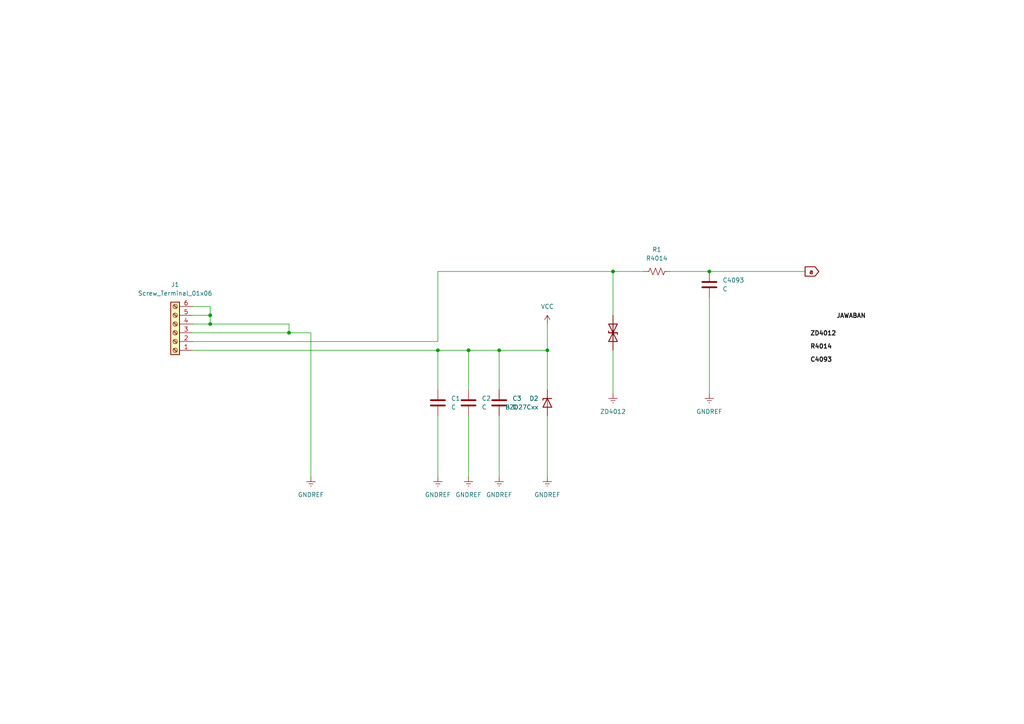
<source format=kicad_sch>
(kicad_sch (version 20250114) (generator "eeschema") (generator_version "9.0")
  (paper "A4")
  (lib_symbols
    (symbol "Connector:Screw_Terminal_01x06" (pin_names (offset 1.016) (hide yes))
      (property "Reference" "J" (at 0 7.62 0))
      (property "Value" "Screw_Terminal_01x06" (at 0 -10.16 0))
      (symbol "Screw_Terminal_01x06_1_1"
        (rectangle (start -1.27 6.35) (end 1.27 -8.89) (stroke (width 0.254)) (fill (type background)))
        (polyline (pts (xy -0.5334 5.4102) (xy 0.3302 4.572)) (stroke (width 0.1524)))
        (polyline (pts (xy -0.5334 2.8702) (xy 0.3302 2.032)) (stroke (width 0.1524)))
        (polyline (pts (xy -0.5334 0.3302) (xy 0.3302 -0.508)) (stroke (width 0.1524)))
        (polyline (pts (xy -0.5334 -2.2098) (xy 0.3302 -3.048)) (stroke (width 0.1524)))
        (polyline (pts (xy -0.5334 -4.7498) (xy 0.3302 -5.588)) (stroke (width 0.1524)))
        (polyline (pts (xy -0.5334 -7.2898) (xy 0.3302 -8.128)) (stroke (width 0.1524)))
        (polyline (pts (xy -0.3556 5.588) (xy 0.508 4.7498)) (stroke (width 0.1524)))
        (polyline (pts (xy -0.3556 3.048) (xy 0.508 2.2098)) (stroke (width 0.1524)))
        (polyline (pts (xy -0.3556 0.508) (xy 0.508 -0.3302)) (stroke (width 0.1524)))
        (polyline (pts (xy -0.3556 -2.032) (xy 0.508 -2.8702)) (stroke (width 0.1524)))
        (polyline (pts (xy -0.3556 -4.572) (xy 0.508 -5.4102)) (stroke (width 0.1524)))
        (polyline (pts (xy -0.3556 -7.112) (xy 0.508 -7.9502)) (stroke (width 0.1524)))
        (circle (center 0 5.08) (radius 0.635) (stroke (width 0.1524)))
        (circle (center 0 2.54) (radius 0.635) (stroke (width 0.1524)))
        (circle (center 0 0) (radius 0.635) (stroke (width 0.1524)))
        (circle (center 0 -2.54) (radius 0.635) (stroke (width 0.1524)))
        (circle (center 0 -5.08) (radius 0.635) (stroke (width 0.1524)))
        (circle (center 0 -7.62) (radius 0.635) (stroke (width 0.1524)))
        (pin passive line (at -5.08 5.08 0) (length 3.81) (name "Pin_1") (number "1"))
        (pin passive line (at -5.08 2.54 0) (length 3.81) (name "Pin_2") (number "2"))
        (pin passive line (at -5.08 0 0) (length 3.81) (name "Pin_3") (number "3"))
        (pin passive line (at -5.08 -2.54 0) (length 3.81) (name "Pin_4") (number "4"))
        (pin passive line (at -5.08 -5.08 0) (length 3.81) (name "Pin_5") (number "5"))
        (pin passive line (at -5.08 -7.62 0) (length 3.81) (name "Pin_6") (number "6"))
      )
    )
    (symbol "Device:C" (pin_numbers (hide yes)) (pin_names (offset 0.254))
      (property "Reference" "C" (at 0.635 2.54 0))
      (property "Value" "C" (at 0.635 -2.54 0))
      (symbol "C_0_1"
        (polyline (pts (xy -2.032 0.762) (xy 2.032 0.762)) (stroke (width 0.508)))
        (polyline (pts (xy -2.032 -0.762) (xy 2.032 -0.762)) (stroke (width 0.508)))
      )
      (symbol "C_1_1"
        (pin passive line (at 0 3.81 270) (length 2.794) (name "~") (number "1"))
        (pin passive line (at 0 -3.81 90) (length 2.794) (name "~") (number "2"))
      )
    )
    (symbol "Device:R_US" (pin_numbers (hide yes)) (pin_names (offset 0))
      (property "Reference" "R" (at 2.54 0 90))
      (property "Value" "R_US" (at -2.54 0 90))
      (symbol "R_US_0_1"
        (polyline (pts (xy 0 2.286) (xy 0 2.54)))
        (polyline (pts (xy 0 2.286) (xy 1.016 1.905) (xy 0 1.524) (xy -1.016 1.143) (xy 0 0.762)))
        (polyline (pts (xy 0 0.762) (xy 1.016 0.381) (xy 0 0) (xy -1.016 -0.381) (xy 0 -0.762)))
        (polyline (pts (xy 0 -0.762) (xy 1.016 -1.143) (xy 0 -1.524) (xy -1.016 -1.905) (xy 0 -2.286)))
        (polyline (pts (xy 0 -2.286) (xy 0 -2.54)))
      )
      (symbol "R_US_1_1"
        (pin passive line (at 0 3.81 270) (length 1.27) (name "~") (number "1"))
        (pin passive line (at 0 -3.81 90) (length 1.27) (name "~") (number "2"))
      )
    )
    (symbol "Diode:BZD27Cxx" (pin_numbers (hide yes)) (pin_names (hide yes))
      (property "Reference" "D" (at 0 2.54 0))
      (property "Value" "BZD27Cxx" (at 0 -2.54 0))
      (symbol "BZD27Cxx_0_1"
        (polyline (pts (xy -1.27 -1.27) (xy -1.27 1.27) (xy -0.762 1.27)) (stroke (width 0.254)))
        (polyline (pts (xy 1.27 0) (xy -1.27 0)))
        (polyline (pts (xy 1.27 -1.27) (xy 1.27 1.27) (xy -1.27 0) (xy 1.27 -1.27)) (stroke (width 0.254)))
      )
      (symbol "BZD27Cxx_1_1"
        (pin passive line (at -3.81 0 0) (length 2.54) (name "K") (number "1"))
        (pin passive line (at 3.81 0 180) (length 2.54) (name "A") (number "2"))
      )
    )
    (symbol "power:GNDREF" (power) (pin_numbers (hide yes)) (pin_names (offset 0) (hide yes))
      (property "Value" "GNDREF" (at 0 -3.81 0))
      (symbol "GNDREF_0_1"
        (polyline (pts (xy -0.635 -1.905) (xy 0.635 -1.905)))
        (polyline (pts (xy -0.127 -2.54) (xy 0.127 -2.54)))
        (polyline (pts (xy 0 -1.27) (xy 0 0)))
        (polyline (pts (xy 1.27 -1.27) (xy -1.27 -1.27)))
      )
      (symbol "GNDREF_1_1"
        (pin power_in line (at 0 0 270) (length 0) (name "~") (number "1"))
      )
    )
    (symbol "power:VCC" (power) (pin_numbers (hide yes)) (pin_names (offset 0) (hide yes))
      (property "Value" "VCC" (at 0 3.556 0))
      (symbol "VCC_0_1"
        (polyline (pts (xy -0.762 1.27) (xy 0 2.54)))
        (polyline (pts (xy 0 2.54) (xy 0.762 1.27)))
        (polyline (pts (xy 0 0) (xy 0 2.54)))
      )
      (symbol "VCC_1_1"
        (pin power_in line (at 0 0 90) (length 0) (name "~") (number "1"))
      )
    )
  )
  (junction (at 127 101.6))
  (junction (at 60.96 93.98))
  (junction (at 83.82 96.52))
  (junction (at 135.89 101.6))
  (junction (at 144.78 101.6))
  (junction (at 158.75 101.6))
  (junction (at 60.96 91.44))
  (junction (at 177.8 78.74))
  (junction (at 205.74 78.74))
  (wire (pts (xy 83.82 96.52) (xy 90.17 96.52)))
  (wire (pts (xy 205.74 78.74) (xy 233.68 78.74)))
  (wire (pts (xy 55.88 99.06) (xy 127 99.06)))
  (wire (pts (xy 135.89 101.6) (xy 144.78 101.6)))
  (wire (pts (xy 144.78 120.65) (xy 144.78 138.43)))
  (wire (pts (xy 60.96 88.9) (xy 60.96 91.44)))
  (wire (pts (xy 83.82 93.98) (xy 83.82 96.52)))
  (wire (pts (xy 135.89 101.6) (xy 135.89 113.03)))
  (wire (pts (xy 158.75 93.98) (xy 158.75 101.6)))
  (wire (pts (xy 144.78 101.6) (xy 158.75 101.6)))
  (wire (pts (xy 177.8 78.74) (xy 186.69 78.74)))
  (wire (pts (xy 127 99.06) (xy 127 78.74)))
  (wire (pts (xy 127 120.65) (xy 127 138.43)))
  (wire (pts (xy 127 101.6) (xy 135.89 101.6)))
  (wire (pts (xy 55.88 96.52) (xy 83.82 96.52)))
  (wire (pts (xy 55.88 88.9) (xy 60.96 88.9)))
  (wire (pts (xy 55.88 93.98) (xy 60.96 93.98)))
  (wire (pts (xy 135.89 120.65) (xy 135.89 138.43)))
  (wire (pts (xy 158.75 101.6) (xy 158.75 113.03)))
  (wire (pts (xy 60.96 93.98) (xy 83.82 93.98)))
  (wire (pts (xy 55.88 101.6) (xy 127 101.6)))
  (wire (pts (xy 158.75 120.65) (xy 158.75 138.43)))
  (wire (pts (xy 90.17 96.52) (xy 90.17 138.43)))
  (wire (pts (xy 127 78.74) (xy 177.8 78.74)))
  (wire (pts (xy 55.88 91.44) (xy 60.96 91.44)))
  (wire (pts (xy 60.96 91.44) (xy 60.96 93.98)))
  (wire (pts (xy 177.8 101.6) (xy 177.8 114.3)))
  (wire (pts (xy 205.74 86.36) (xy 205.74 114.3)))
  (wire (pts (xy 144.78 101.6) (xy 144.78 113.03)))
  (wire (pts (xy 194.31 78.74) (xy 205.74 78.74)))
  (wire (pts (xy 127 101.6) (xy 127 113.03)))
  (wire (pts (xy 177.8 78.74) (xy 177.8 91.44)))
  (label "JAWABAN" (at 242.57 92.71 0) (effects (font (thickness 0.254) (bold yes))))
  (label "R4014" (at 234.95 101.6 0) (effects (font (thickness 0.254) (bold yes))))
  (label "C4093" (at 234.95 105.41 0) (effects (font (thickness 0.254) (bold yes))))
  (label "ZD4012" (at 234.95 97.79 0) (effects (font (thickness 0.254) (bold yes))))
  (global_label "a" (shape input) (at 237.49 78.74 180) (effects (font (thickness 0.254) (bold yes))) (property "Intersheetrefs" "${INTERSHEET_REFS}" (effects (hide yes))))
  (symbol (lib_id "power:GNDREF") (at 177.8 114.3 0) (unit 1)
    (property "Reference" "#PWR06" (effects (hide yes)))
    (property "Value" "ZD4012" (at 177.8 119.38 0))
    (property "Description" "Power symbol creates a global label with name \"GNDREF\" , reference supply ground" (effects (hide yes)))
  )
  (symbol (lib_id "Device:R_US") (at 190.5 78.74 90) (unit 1)
    (property "Reference" "R1" (at 190.5 72.39 90))
    (property "Value" "R4014" (at 190.5 74.93 90))
    (property "Description" "Resistor, US symbol" (effects (hide yes)))
  )
  (symbol (lib_id "Diode:BZD27Cxx") (at 177.8 95.25 90) (unit 1)
    (property "Reference" "D3" (effects (hide yes)))
    (property "Value" "BZD27Cxx" (effects (hide yes)))
    (property "Footprint" "Diode_SMD:D_SMF" (effects (hide yes)))
    (property "Datasheet" "https://www.vishay.com/docs/85153/bzd27series.pdf" (effects (hide yes)))
    (property "Description" "800mW Zener Diode, 3.6-200V, SMF" (effects (hide yes)))
  )
  (symbol (lib_id "power:GNDREF") (at 127 138.43 0) (unit 1)
    (property "Reference" "#PWR02" (effects (hide yes)))
    (property "Value" "GNDREF" (at 127 143.51 0))
    (property "Description" "Power symbol creates a global label with name \"GNDREF\" , reference supply ground" (effects (hide yes)))
  )
  (symbol (lib_id "power:VCC") (at 158.75 93.98 0) (unit 1)
    (property "Reference" "#PWR08" (effects (hide yes)))
    (property "Value" "VCC" (at 158.75 88.9 0))
    (property "Description" "Power symbol creates a global label with name \"VCC\"" (effects (hide yes)))
  )
  (symbol (lib_id "Device:C") (at 135.89 116.84 0) (unit 1)
    (property "Reference" "C2" (at 139.7 115.5699 0) (effects (justify left)))
    (property "Value" "C" (at 139.7 118.1099 0) (effects (justify left)))
    (property "Description" "Unpolarized capacitor" (effects (hide yes)))
  )
  (symbol (lib_id "power:GNDREF") (at 144.78 138.43 0) (unit 1)
    (property "Reference" "#PWR04" (effects (hide yes)))
    (property "Value" "GNDREF" (at 144.78 143.51 0))
    (property "Description" "Power symbol creates a global label with name \"GNDREF\" , reference supply ground" (effects (hide yes)))
  )
  (symbol (lib_id "power:GNDREF") (at 135.89 138.43 0) (unit 1)
    (property "Reference" "#PWR03" (effects (hide yes)))
    (property "Value" "GNDREF" (at 135.89 143.51 0))
    (property "Description" "Power symbol creates a global label with name \"GNDREF\" , reference supply ground" (effects (hide yes)))
  )
  (symbol (lib_id "Connector:Screw_Terminal_01x06") (at 50.8 96.52 180) (unit 1)
    (property "Reference" "J1" (at 50.8 82.55 0))
    (property "Value" "Screw_Terminal_01x06" (at 50.8 85.09 0))
    (property "Description" "Generic screw terminal, single row, 01x06, script generated (kicad-library-utils/schlib/autogen/connector/)" (effects (hide yes)))
  )
  (symbol (lib_id "Device:C") (at 127 116.84 0) (unit 1)
    (property "Reference" "C1" (at 130.81 115.5699 0) (effects (justify left)))
    (property "Value" "C" (at 130.81 118.1099 0) (effects (justify left)))
    (property "Description" "Unpolarized capacitor" (effects (hide yes)))
  )
  (symbol (lib_id "Device:C") (at 205.74 82.55 0) (unit 1)
    (property "Reference" "C4093" (at 209.55 81.2799 0) (effects (justify left)))
    (property "Value" "C" (at 209.55 83.8199 0) (effects (justify left)))
    (property "Description" "Unpolarized capacitor" (effects (hide yes)))
  )
  (symbol (lib_id "power:GNDREF") (at 158.75 138.43 0) (unit 1)
    (property "Reference" "#PWR05" (effects (hide yes)))
    (property "Value" "GNDREF" (at 158.75 143.51 0))
    (property "Description" "Power symbol creates a global label with name \"GNDREF\" , reference supply ground" (effects (hide yes)))
  )
  (symbol (lib_id "power:GNDREF") (at 90.17 138.43 0) (unit 1)
    (property "Reference" "#PWR01" (effects (hide yes)))
    (property "Value" "GNDREF" (at 90.17 143.51 0))
    (property "Description" "Power symbol creates a global label with name \"GNDREF\" , reference supply ground" (effects (hide yes)))
  )
  (symbol (lib_id "Device:C") (at 144.78 116.84 0) (unit 1)
    (property "Reference" "C3" (at 148.59 115.5699 0) (effects (justify left)))
    (property "Value" "C" (at 148.59 118.1099 0) (effects (justify left)))
    (property "Description" "Unpolarized capacitor" (effects (hide yes)))
  )
  (symbol (lib_id "power:GNDREF") (at 205.74 114.3 0) (unit 1)
    (property "Reference" "#PWR07" (effects (hide yes)))
    (property "Value" "GNDREF" (at 205.74 119.38 0))
    (property "Description" "Power symbol creates a global label with name \"GNDREF\" , reference supply ground" (effects (hide yes)))
  )
  (symbol (lib_id "Diode:BZD27Cxx") (at 177.8 97.79 270) (unit 1)
    (property "Reference" "D1" (effects (hide yes)))
    (property "Value" "BZD27Cxx" (effects (hide yes)))
    (property "Footprint" "Diode_SMD:D_SMF" (effects (hide yes)))
    (property "Datasheet" "https://www.vishay.com/docs/85153/bzd27series.pdf" (effects (hide yes)))
    (property "Description" "800mW Zener Diode, 3.6-200V, SMF" (effects (hide yes)))
  )
  (symbol (lib_id "Diode:BZD27Cxx") (at 158.75 116.84 90) (mirror x) (unit 1)
    (property "Reference" "D2" (at 156.21 115.5699 90) (effects (justify left)))
    (property "Value" "BZD27Cxx" (at 156.21 118.1099 90) (effects (justify left)))
    (property "Footprint" "Diode_SMD:D_SMF" (effects (hide yes)))
    (property "Datasheet" "https://www.vishay.com/docs/85153/bzd27series.pdf" (effects (hide yes)))
    (property "Description" "800mW Zener Diode, 3.6-200V, SMF" (effects (hide yes)))
  )
)
</source>
